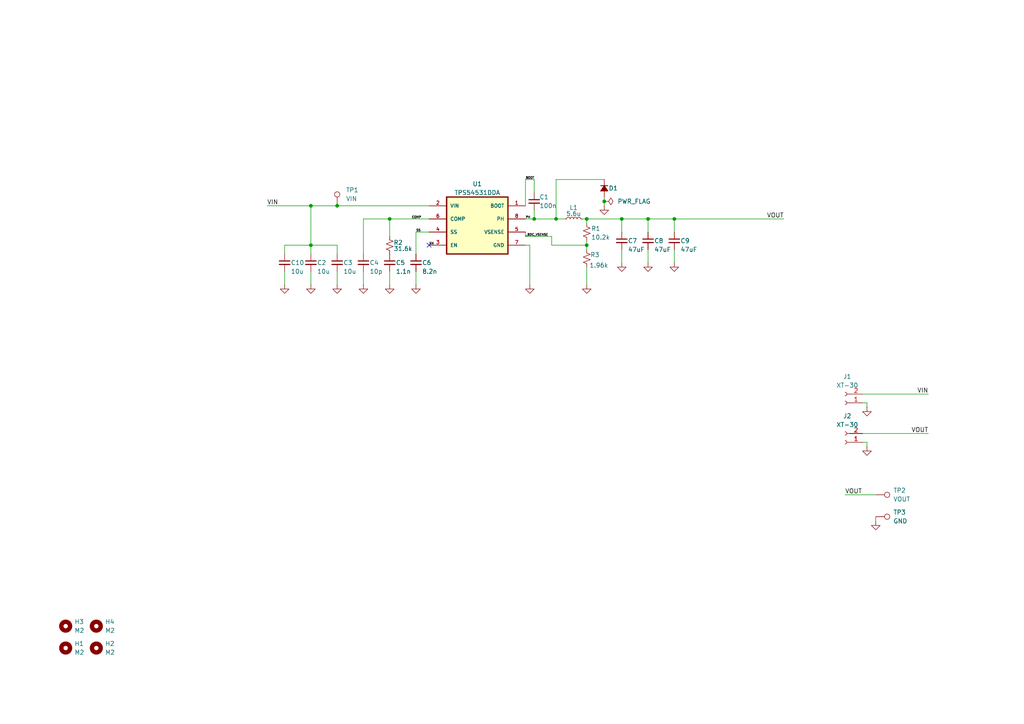
<source format=kicad_sch>
(kicad_sch (version 20250114) (generator "eeschema") (generator_version "9.0")
  (paper "A4")
  (lib_symbols
    (symbol "Connector:Conn_01x02_Socket" (pin_names (offset 1.016) (hide yes))
      (property "Reference" "J" (at 0 2.54 0))
      (property "Value" "Conn_01x02_Socket" (at 0 -5.08 0))
      (symbol "Conn_01x02_Socket_1_1"
        (polyline (pts (xy -1.27 0) (xy -0.508 0)) (stroke (width 0.1524)))
        (polyline (pts (xy -1.27 -2.54) (xy -0.508 -2.54)) (stroke (width 0.1524)))
        (arc (start 0 -0.508) (mid -0.5058 0) (end 0 0.508) (stroke (width 0.1524)))
        (arc (start 0 -3.048) (mid -0.5058 -2.54) (end 0 -2.032) (stroke (width 0.1524)))
        (pin passive line (at -5.08 0 0) (length 3.81) (name "Pin_1") (number "1"))
        (pin passive line (at -5.08 -2.54 0) (length 3.81) (name "Pin_2") (number "2"))
      )
    )
    (symbol "Connector:TestPoint" (pin_numbers (hide yes)) (pin_names (offset 0.762) (hide yes))
      (property "Reference" "TP" (at 0 6.858 0))
      (property "Value" "TestPoint" (at 0 5.08 0))
      (symbol "TestPoint_0_1"
        (circle (center 0 3.302) (radius 0.762))
      )
      (symbol "TestPoint_1_1"
        (pin passive line (at 0 0 90) (length 2.54) (name "1") (number "1"))
      )
    )
    (symbol "Device:C_Small" (pin_numbers (hide yes)) (pin_names (offset 0.254) (hide yes))
      (property "Reference" "C" (at 0.254 1.778 0))
      (property "Value" "C_Small" (at 0.254 -2.032 0))
      (symbol "C_Small_0_1"
        (polyline (pts (xy -1.524 0.508) (xy 1.524 0.508)) (stroke (width 0.3048)))
        (polyline (pts (xy -1.524 -0.508) (xy 1.524 -0.508)) (stroke (width 0.3302)))
      )
      (symbol "C_Small_1_1"
        (pin passive line (at 0 2.54 270) (length 2.032) (name "~") (number "1"))
        (pin passive line (at 0 -2.54 90) (length 2.032) (name "~") (number "2"))
      )
    )
    (symbol "Device:D_Small_Filled" (pin_numbers (hide yes)) (pin_names (offset 0.254) (hide yes))
      (property "Reference" "D" (at -1.27 2.032 0))
      (property "Value" "D_Small_Filled" (at -3.81 -2.032 0))
      (symbol "D_Small_Filled_0_1"
        (polyline (pts (xy -0.762 0) (xy 0.762 0)))
        (polyline (pts (xy -0.762 -1.016) (xy -0.762 1.016)) (stroke (width 0.254)))
        (polyline (pts (xy 0.762 -1.016) (xy -0.762 0) (xy 0.762 1.016) (xy 0.762 -1.016)) (stroke (width 0.254)) (fill (type outline)))
      )
      (symbol "D_Small_Filled_1_1"
        (pin passive line (at -2.54 0 0) (length 1.778) (name "K") (number "1"))
        (pin passive line (at 2.54 0 180) (length 1.778) (name "A") (number "2"))
      )
    )
    (symbol "Device:L_Small" (pin_numbers (hide yes)) (pin_names (offset 0.254) (hide yes))
      (property "Reference" "L" (at 0.762 1.016 0))
      (property "Value" "L_Small" (at 0.762 -1.016 0))
      (symbol "L_Small_0_1"
        (arc (start 0 2.032) (mid 0.5058 1.524) (end 0 1.016))
        (arc (start 0 1.016) (mid 0.5058 0.508) (end 0 0))
        (arc (start 0 0) (mid 0.5058 -0.508) (end 0 -1.016))
        (arc (start 0 -1.016) (mid 0.5058 -1.524) (end 0 -2.032))
      )
      (symbol "L_Small_1_1"
        (pin passive line (at 0 2.54 270) (length 0.508) (name "~") (number "1"))
        (pin passive line (at 0 -2.54 90) (length 0.508) (name "~") (number "2"))
      )
    )
    (symbol "Device:R_Small_US" (pin_numbers (hide yes)) (pin_names (offset 0.254) (hide yes))
      (property "Reference" "R" (at 0.762 0.508 0))
      (property "Value" "R_Small_US" (at 0.762 -1.016 0))
      (symbol "R_Small_US_1_1"
        (polyline (pts (xy 0 1.524) (xy 1.016 1.143) (xy 0 0.762) (xy -1.016 0.381) (xy 0 0)))
        (polyline (pts (xy 0 0) (xy 1.016 -0.381) (xy 0 -0.762) (xy -1.016 -1.143) (xy 0 -1.524)))
        (pin passive line (at 0 2.54 270) (length 1.016) (name "~") (number "1"))
        (pin passive line (at 0 -2.54 90) (length 1.016) (name "~") (number "2"))
      )
    )
    (symbol "Mechanical:MountingHole" (pin_names (offset 1.016)) (in_bom no)
      (property "Reference" "H" (at 0 5.08 0))
      (property "Value" "MountingHole" (at 0 3.175 0))
      (symbol "MountingHole_0_1"
        (circle (center 0 0) (radius 1.27) (stroke (width 1.27)))
      )
    )
    (symbol "TPS54531DDA:TPS54531DDA" (pin_names (offset 1.016))
      (property "Reference" "U" (at -0.762 9.652 0))
      (property "Value" "TPS54531DDA" (at -6.604 7.874 0))
      (symbol "TPS54531DDA_0_0"
        (rectangle (start -8.89 7.62) (end 8.89 -8.89) (stroke (width 0.41)) (fill (type background)))
        (pin input line (at -13.97 5.08 0) (length 5.08) (name "VIN") (number "2"))
        (pin output line (at -13.97 1.27 0) (length 5.08) (name "COMP") (number "6"))
        (pin input line (at -13.97 -2.54 0) (length 5.08) (name "SS") (number "4"))
        (pin input line (at -13.97 -6.35 0) (length 5.08) (name "EN") (number "3"))
        (pin output line (at 13.97 5.08 180) (length 5.08) (name "BOOT") (number "1"))
        (pin output line (at 13.97 1.27 180) (length 5.08) (name "PH") (number "8"))
        (pin input line (at 13.97 -2.54 180) (length 5.08) (name "VSENSE") (number "5"))
        (pin power_in line (at 13.97 -6.35 180) (length 5.08) (name "GND") (number "7"))
      )
    )
    (symbol "power:GND" (power) (pin_numbers (hide yes)) (pin_names (offset 0) (hide yes))
      (property "Value" "GND" (at 0 -3.81 0))
      (symbol "GND_0_1"
        (polyline (pts (xy 0 0) (xy 0 -1.27) (xy 1.27 -1.27) (xy 0 -2.54) (xy -1.27 -1.27) (xy 0 -1.27)))
      )
      (symbol "GND_1_1"
        (pin power_in line (at 0 0 270) (length 0) (name "~") (number "1"))
      )
    )
    (symbol "power:PWR_FLAG" (power) (pin_numbers (hide yes)) (pin_names (offset 0) (hide yes))
      (property "Value" "PWR_FLAG" (at 0 3.81 0))
      (symbol "PWR_FLAG_0_0"
        (pin power_out line (at 0 0 90) (length 0) (name "~") (number "1"))
      )
      (symbol "PWR_FLAG_0_1"
        (polyline (pts (xy 0 0) (xy 0 1.27) (xy -1.016 1.905) (xy 0 2.54) (xy 1.016 1.905) (xy 0 1.27)))
      )
    )
  )
  (junction (at 154.94 63.5))
  (junction (at 187.96 63.5))
  (junction (at 170.18 71.12))
  (junction (at 175.26 58.42))
  (junction (at 195.58 63.5))
  (junction (at 113.03 63.5))
  (junction (at 90.17 71.12))
  (junction (at 97.79 59.69))
  (junction (at 180.34 63.5))
  (junction (at 170.18 63.5))
  (junction (at 90.17 59.69))
  (junction (at 161.29 63.5))
  (no_connect (at 124.46 71.12))
  (wire (pts (xy 77.47 59.69) (xy 90.17 59.69)))
  (wire (pts (xy 251.46 118.11) (xy 251.46 116.84)))
  (wire (pts (xy 187.96 63.5) (xy 180.34 63.5)))
  (wire (pts (xy 180.34 67.31) (xy 180.34 63.5)))
  (wire (pts (xy 180.34 63.5) (xy 170.18 63.5)))
  (wire (pts (xy 170.18 63.5) (xy 170.18 64.77)))
  (wire (pts (xy 161.29 63.5) (xy 163.83 63.5)))
  (wire (pts (xy 175.26 59.69) (xy 175.26 58.42)))
  (wire (pts (xy 105.41 78.74) (xy 105.41 82.55)))
  (wire (pts (xy 195.58 72.39) (xy 195.58 76.2)))
  (wire (pts (xy 153.67 71.12) (xy 153.67 82.55)))
  (wire (pts (xy 161.29 52.07) (xy 175.26 52.07)))
  (wire (pts (xy 82.55 71.12) (xy 90.17 71.12)))
  (wire (pts (xy 152.4 67.31) (xy 152.4 68.58)))
  (wire (pts (xy 113.03 78.74) (xy 113.03 82.55)))
  (wire (pts (xy 187.96 63.5) (xy 187.96 67.31)))
  (wire (pts (xy 82.55 73.66) (xy 82.55 71.12)))
  (wire (pts (xy 113.03 63.5) (xy 124.46 63.5)))
  (wire (pts (xy 152.4 68.58) (xy 160.02 68.58)))
  (wire (pts (xy 90.17 59.69) (xy 97.79 59.69)))
  (wire (pts (xy 154.94 63.5) (xy 154.94 60.96)))
  (wire (pts (xy 120.65 67.31) (xy 124.46 67.31)))
  (wire (pts (xy 195.58 63.5) (xy 227.33 63.5)))
  (wire (pts (xy 161.29 52.07) (xy 161.29 63.5)))
  (wire (pts (xy 180.34 72.39) (xy 180.34 76.2)))
  (wire (pts (xy 90.17 71.12) (xy 97.79 71.12)))
  (wire (pts (xy 269.24 114.3) (xy 250.19 114.3)))
  (wire (pts (xy 120.65 73.66) (xy 120.65 67.31)))
  (wire (pts (xy 120.65 78.74) (xy 120.65 82.55)))
  (wire (pts (xy 187.96 72.39) (xy 187.96 76.2)))
  (wire (pts (xy 170.18 77.47) (xy 170.18 82.55)))
  (wire (pts (xy 97.79 78.74) (xy 97.79 82.55)))
  (wire (pts (xy 170.18 69.85) (xy 170.18 71.12)))
  (wire (pts (xy 154.94 63.5) (xy 161.29 63.5)))
  (wire (pts (xy 168.91 63.5) (xy 170.18 63.5)))
  (wire (pts (xy 251.46 128.27) (xy 250.19 128.27)))
  (wire (pts (xy 154.94 52.07) (xy 152.4 52.07)))
  (wire (pts (xy 160.02 71.12) (xy 170.18 71.12)))
  (wire (pts (xy 113.03 63.5) (xy 113.03 68.58)))
  (wire (pts (xy 90.17 59.69) (xy 90.17 71.12)))
  (wire (pts (xy 105.41 63.5) (xy 113.03 63.5)))
  (wire (pts (xy 154.94 52.07) (xy 154.94 55.88)))
  (wire (pts (xy 187.96 63.5) (xy 195.58 63.5)))
  (wire (pts (xy 254 151.13) (xy 254 149.86)))
  (wire (pts (xy 97.79 71.12) (xy 97.79 73.66)))
  (wire (pts (xy 170.18 71.12) (xy 170.18 72.39)))
  (wire (pts (xy 195.58 67.31) (xy 195.58 63.5)))
  (wire (pts (xy 105.41 73.66) (xy 105.41 63.5)))
  (wire (pts (xy 97.79 59.69) (xy 124.46 59.69)))
  (wire (pts (xy 251.46 116.84) (xy 250.19 116.84)))
  (wire (pts (xy 153.67 71.12) (xy 152.4 71.12)))
  (wire (pts (xy 175.26 58.42) (xy 175.26 57.15)))
  (wire (pts (xy 250.19 125.73) (xy 269.24 125.73)))
  (wire (pts (xy 152.4 63.5) (xy 154.94 63.5)))
  (wire (pts (xy 152.4 52.07) (xy 152.4 59.69)))
  (wire (pts (xy 90.17 78.74) (xy 90.17 82.55)))
  (wire (pts (xy 90.17 71.12) (xy 90.17 73.66)))
  (wire (pts (xy 245.11 143.51) (xy 254 143.51)))
  (wire (pts (xy 160.02 68.58) (xy 160.02 71.12)))
  (wire (pts (xy 251.46 129.54) (xy 251.46 128.27)))
  (wire (pts (xy 82.55 78.74) (xy 82.55 82.55)))
  (label "EN" (at 124.46 71.12 0) (effects (font (size 0.635 0.635))))
  (label "COMP" (at 119.38 63.5 0) (effects (font (size 0.635 0.635))))
  (label "VIN" (at 77.47 59.69 0))
  (label "PH" (at 152.4 63.5 0) (effects (font (size 0.635 0.635))))
  (label "BOOT" (at 152.4 52.07 0) (effects (font (size 0.635 0.635))))
  (label "VOUT" (at 245.11 143.51 0))
  (label "VOUT" (at 269.24 125.73 180))
  (label "_BDC_VSENSE" (at 152.4 68.58 0) (effects (font (size 0.635 0.635))))
  (label "VIN" (at 269.24 114.3 180))
  (label "VOUT" (at 227.33 63.5 180))
  (label "SS" (at 120.65 67.31 0) (effects (font (size 0.635 0.635))))
  (symbol (lib_id "Device:C_Small") (at 120.65 76.2 0) (unit 1)
    (property "Reference" "C6" (at 122.428 76.2 0) (effects (justify left)))
    (property "Value" "8.2n" (at 122.428 78.74 0) (effects (justify left)))
    (property "Footprint" "Capacitor_SMD:C_0805_2012Metric" (effects (hide yes)))
    (property "Description" "Unpolarized capacitor, small symbol" (effects (hide yes)))
  )
  (symbol (lib_id "power:GND") (at 97.79 82.55 0) (unit 1)
    (property "Reference" "#PWR03" (effects (hide yes)))
    (property "Value" "GND" (effects (hide yes)))
    (property "Description" "Power symbol creates a global label with name \"GND\" , ground" (effects (hide yes)))
  )
  (symbol (lib_id "Device:C_Small") (at 195.58 69.85 0) (unit 1)
    (property "Reference" "C9" (at 197.358 69.85 0) (effects (justify left)))
    (property "Value" "47uF" (at 197.358 72.39 0) (effects (justify left)))
    (property "Footprint" "Capacitor_SMD:C_0805_2012Metric" (effects (hide yes)))
    (property "Description" "Unpolarized capacitor, small symbol" (effects (hide yes)))
  )
  (symbol (lib_id "Mechanical:MountingHole") (at 27.94 181.61 0) (unit 1) (in_bom no)
    (property "Reference" "H4" (at 30.48 180.3399 0) (effects (justify left)))
    (property "Value" "M2" (at 30.48 182.8799 0) (effects (justify left)))
    (property "Footprint" "MountingHole:MountingHole_2.2mm_M2" (effects (hide yes)))
    (property "Description" "Mounting Hole without connection" (effects (hide yes)))
  )
  (symbol (lib_id "Connector:TestPoint") (at 254 143.51 270) (unit 1)
    (property "Reference" "TP2" (at 259.08 142.2399 90) (effects (justify left)))
    (property "Value" "VOUT" (at 259.08 144.7799 90) (effects (justify left)))
    (property "Footprint" "TestPoint:TestPoint_Keystone_5005-5009_Compact" (effects (hide yes)))
    (property "Description" "test point" (effects (hide yes)))
  )
  (symbol (lib_id "power:GND") (at 105.41 82.55 0) (unit 1)
    (property "Reference" "#PWR04" (effects (hide yes)))
    (property "Value" "GND" (effects (hide yes)))
    (property "Description" "Power symbol creates a global label with name \"GND\" , ground" (effects (hide yes)))
  )
  (symbol (lib_id "Device:C_Small") (at 105.41 76.2 0) (unit 1)
    (property "Reference" "C4" (at 107.188 76.2 0) (effects (justify left)))
    (property "Value" "10p" (at 107.188 78.74 0) (effects (justify left)))
    (property "Footprint" "Capacitor_SMD:C_0805_2012Metric" (effects (hide yes)))
    (property "Description" "Unpolarized capacitor, small symbol" (effects (hide yes)))
  )
  (symbol (lib_id "Mechanical:MountingHole") (at 19.05 181.61 0) (unit 1) (in_bom no)
    (property "Reference" "H3" (at 21.59 180.3399 0) (effects (justify left)))
    (property "Value" "M2" (at 21.59 182.8799 0) (effects (justify left)))
    (property "Footprint" "MountingHole:MountingHole_2.2mm_M2" (effects (hide yes)))
    (property "Description" "Mounting Hole without connection" (effects (hide yes)))
  )
  (symbol (lib_id "power:GND") (at 170.18 82.55 0) (unit 1)
    (property "Reference" "#PWR08" (effects (hide yes)))
    (property "Value" "GND" (effects (hide yes)))
    (property "Description" "Power symbol creates a global label with name \"GND\" , ground" (effects (hide yes)))
  )
  (symbol (lib_id "Connector:Conn_01x02_Socket") (at 245.11 128.27 180) (unit 1)
    (property "Reference" "J2" (at 245.745 120.65 0))
    (property "Value" "XT-30" (at 245.745 123.19 0))
    (property "Footprint" "Connector_AMASS:AMASS_XT60-F_1x02_P7.20mm_Vertical" (effects (hide yes)))
    (property "Description" "Generic connector, single row, 01x02, script generated" (effects (hide yes)))
  )
  (symbol (lib_id "Device:C_Small") (at 97.79 76.2 0) (unit 1)
    (property "Reference" "C3" (at 99.568 76.2 0) (effects (justify left)))
    (property "Value" "10u" (at 99.568 78.74 0) (effects (justify left)))
    (property "Footprint" "Capacitor_SMD:C_0805_2012Metric" (effects (hide yes)))
    (property "Description" "Unpolarized capacitor, small symbol" (effects (hide yes)))
  )
  (symbol (lib_id "power:GND") (at 113.03 82.55 0) (unit 1)
    (property "Reference" "#PWR05" (effects (hide yes)))
    (property "Value" "GND" (effects (hide yes)))
    (property "Description" "Power symbol creates a global label with name \"GND\" , ground" (effects (hide yes)))
  )
  (symbol (lib_id "Device:R_Small_US") (at 170.18 74.93 0) (unit 1)
    (property "Reference" "R3" (at 171.196 73.914 0) (effects (justify left)))
    (property "Value" "1.96k" (at 170.942 76.962 0) (effects (justify left)))
    (property "Footprint" "Resistor_SMD:R_0805_2012Metric" (effects (hide yes)))
    (property "Description" "Resistor, small US symbol" (effects (hide yes)))
  )
  (symbol (lib_id "power:GND") (at 187.96 76.2 0) (unit 1)
    (property "Reference" "#PWR010" (effects (hide yes)))
    (property "Value" "GND" (effects (hide yes)))
    (property "Description" "Power symbol creates a global label with name \"GND\" , ground" (effects (hide yes)))
  )
  (symbol (lib_id "Mechanical:MountingHole") (at 19.05 187.96 0) (unit 1) (in_bom no)
    (property "Reference" "H1" (at 21.59 186.6899 0) (effects (justify left)))
    (property "Value" "M2" (at 21.59 189.2299 0) (effects (justify left)))
    (property "Footprint" "MountingHole:MountingHole_2.2mm_M2" (effects (hide yes)))
    (property "Description" "Mounting Hole without connection" (effects (hide yes)))
  )
  (symbol (lib_id "power:GND") (at 82.55 82.55 0) (unit 1)
    (property "Reference" "#PWR017" (effects (hide yes)))
    (property "Value" "GND" (effects (hide yes)))
    (property "Description" "Power symbol creates a global label with name \"GND\" , ground" (effects (hide yes)))
  )
  (symbol (lib_id "Connector:Conn_01x02_Socket") (at 245.11 116.84 180) (unit 1)
    (property "Reference" "J1" (at 245.745 109.22 0))
    (property "Value" "XT-30" (at 245.745 111.76 0))
    (property "Footprint" "Connector_AMASS:AMASS_XT60-F_1x02_P7.20mm_Vertical" (effects (hide yes)))
    (property "Description" "Generic connector, single row, 01x02, script generated" (effects (hide yes)))
  )
  (symbol (lib_id "Device:R_Small_US") (at 170.18 67.31 0) (unit 1)
    (property "Reference" "R1" (at 171.45 66.294 0) (effects (justify left)))
    (property "Value" "10.2k" (at 171.45 68.834 0) (effects (justify left)))
    (property "Footprint" "Resistor_SMD:R_0805_2012Metric" (effects (hide yes)))
    (property "Description" "Resistor, small US symbol" (effects (hide yes)))
  )
  (symbol (lib_id "power:GND") (at 153.67 82.55 0) (unit 1)
    (property "Reference" "#PWR07" (effects (hide yes)))
    (property "Value" "GND" (effects (hide yes)))
    (property "Description" "Power symbol creates a global label with name \"GND\" , ground" (effects (hide yes)))
  )
  (symbol (lib_id "Device:L_Small") (at 166.37 63.5 90) (unit 1)
    (property "Reference" "L1" (at 166.37 60.198 90))
    (property "Value" "5.6u" (at 166.37 61.976 90))
    (property "Footprint" "Inductor_SMD:L_Vishay_IHLP-2525" (effects (hide yes)))
    (property "Description" "Inductor, small symbol" (effects (hide yes)))
  )
  (symbol (lib_id "power:GND") (at 251.46 118.11 0) (unit 1)
    (property "Reference" "#PWR012" (effects (hide yes)))
    (property "Value" "GND" (effects (hide yes)))
    (property "Description" "Power symbol creates a global label with name \"GND\" , ground" (effects (hide yes)))
  )
  (symbol (lib_id "power:GND") (at 180.34 76.2 0) (unit 1)
    (property "Reference" "#PWR09" (effects (hide yes)))
    (property "Value" "GND" (effects (hide yes)))
    (property "Description" "Power symbol creates a global label with name \"GND\" , ground" (effects (hide yes)))
  )
  (symbol (lib_id "power:GND") (at 90.17 82.55 0) (unit 1)
    (property "Reference" "#PWR02" (effects (hide yes)))
    (property "Value" "GND" (effects (hide yes)))
    (property "Description" "Power symbol creates a global label with name \"GND\" , ground" (effects (hide yes)))
  )
  (symbol (lib_id "Device:C_Small") (at 180.34 69.85 0) (unit 1)
    (property "Reference" "C7" (at 182.118 69.85 0) (effects (justify left)))
    (property "Value" "47uF" (at 182.118 72.39 0) (effects (justify left)))
    (property "Footprint" "Capacitor_SMD:C_0805_2012Metric" (effects (hide yes)))
    (property "Description" "Unpolarized capacitor, small symbol" (effects (hide yes)))
  )
  (symbol (lib_id "power:GND") (at 175.26 59.69 0) (unit 1)
    (property "Reference" "#PWR01" (effects (hide yes)))
    (property "Value" "GND" (effects (hide yes)))
    (property "Description" "Power symbol creates a global label with name \"GND\" , ground" (effects (hide yes)))
  )
  (symbol (lib_id "power:GND") (at 251.46 129.54 0) (unit 1)
    (property "Reference" "#PWR016" (effects (hide yes)))
    (property "Value" "GND" (effects (hide yes)))
    (property "Description" "Power symbol creates a global label with name \"GND\" , ground" (effects (hide yes)))
  )
  (symbol (lib_id "power:GND") (at 254 151.13 0) (unit 1)
    (property "Reference" "#PWR013" (effects (hide yes)))
    (property "Value" "GND" (effects (hide yes)))
    (property "Description" "Power symbol creates a global label with name \"GND\" , ground" (effects (hide yes)))
  )
  (symbol (lib_id "Device:R_Small_US") (at 113.03 71.12 180) (unit 1)
    (property "Reference" "R2" (at 116.84 70.358 0) (effects (justify left)))
    (property "Value" "31.6k" (at 119.634 72.136 0) (effects (justify left)))
    (property "Footprint" "Resistor_SMD:R_0805_2012Metric" (effects (hide yes)))
    (property "Description" "Resistor, small US symbol" (effects (hide yes)))
  )
  (symbol (lib_id "Device:C_Small") (at 113.03 76.2 0) (unit 1)
    (property "Reference" "C5" (at 114.808 76.2 0) (effects (justify left)))
    (property "Value" "1.1n" (at 114.808 78.74 0) (effects (justify left)))
    (property "Footprint" "Capacitor_SMD:C_0805_2012Metric" (effects (hide yes)))
    (property "Description" "Unpolarized capacitor, small symbol" (effects (hide yes)))
  )
  (symbol (lib_id "Connector:TestPoint") (at 97.79 59.69 0) (unit 1)
    (property "Reference" "TP1" (at 100.33 55.1179 0) (effects (justify left)))
    (property "Value" "VIN" (at 100.33 57.6579 0) (effects (justify left)))
    (property "Footprint" "TestPoint:TestPoint_Keystone_5005-5009_Compact" (effects (hide yes)))
    (property "Description" "test point" (effects (hide yes)))
  )
  (symbol (lib_id "TPS54531DDA:TPS54531DDA") (at 138.43 64.77 0) (unit 1)
    (property "Reference" "U1" (at 138.43 53.34 0))
    (property "Value" "TPS54531DDA" (at 138.43 55.88 0))
    (property "Footprint" "footprints:VREG_LM5017MR_NOPB" (effects (hide yes)))
  )
  (symbol (lib_id "Device:D_Small_Filled") (at 175.26 54.61 270) (unit 1)
    (property "Reference" "D1" (at 176.53 54.61 90) (effects (justify left)))
    (property "Value" "CHANGE FOOTPRINT LATER" (effects (hide yes)))
    (property "Footprint" "Diode_SMD:D_SMC" (effects (hide yes)))
    (property "Description" "Diode, small symbol, filled shape" (effects (hide yes)))
    (property "Sim.Device" "D" (effects (hide yes)))
    (property "Sim.Pins" "1=K 2=A" (effects (hide yes)))
  )
  (symbol (lib_id "power:GND") (at 195.58 76.2 0) (unit 1)
    (property "Reference" "#PWR011" (effects (hide yes)))
    (property "Value" "GND" (effects (hide yes)))
    (property "Description" "Power symbol creates a global label with name \"GND\" , ground" (effects (hide yes)))
  )
  (symbol (lib_id "Mechanical:MountingHole") (at 27.94 187.96 0) (unit 1) (in_bom no)
    (property "Reference" "H2" (at 30.48 186.6899 0) (effects (justify left)))
    (property "Value" "M2" (at 30.48 189.2299 0) (effects (justify left)))
    (property "Footprint" "MountingHole:MountingHole_2.2mm_M2" (effects (hide yes)))
    (property "Description" "Mounting Hole without connection" (effects (hide yes)))
  )
  (symbol (lib_id "Connector:TestPoint") (at 254 149.86 270) (unit 1)
    (property "Reference" "TP3" (at 259.08 148.5899 90) (effects (justify left)))
    (property "Value" "GND" (at 259.08 151.1299 90) (effects (justify left)))
    (property "Footprint" "TestPoint:TestPoint_Keystone_5005-5009_Compact" (effects (hide yes)))
    (property "Description" "test point" (effects (hide yes)))
  )
  (symbol (lib_id "Device:C_Small") (at 82.55 76.2 0) (unit 1)
    (property "Reference" "C10" (at 84.328 76.2 0) (effects (justify left)))
    (property "Value" "10u" (at 84.328 78.74 0) (effects (justify left)))
    (property "Footprint" "Capacitor_SMD:C_0805_2012Metric" (effects (hide yes)))
    (property "Description" "Unpolarized capacitor, small symbol" (effects (hide yes)))
  )
  (symbol (lib_id "Device:C_Small") (at 187.96 69.85 0) (unit 1)
    (property "Reference" "C8" (at 189.738 69.85 0) (effects (justify left)))
    (property "Value" "47uF" (at 189.738 72.39 0) (effects (justify left)))
    (property "Footprint" "Capacitor_SMD:C_0805_2012Metric" (effects (hide yes)))
    (property "Description" "Unpolarized capacitor, small symbol" (effects (hide yes)))
  )
  (symbol (lib_id "Device:C_Small") (at 154.94 58.42 0) (unit 1)
    (property "Reference" "C1" (at 156.464 57.15 0) (effects (justify left)))
    (property "Value" "100n" (at 156.464 59.69 0) (effects (justify left)))
    (property "Footprint" "Capacitor_SMD:C_0805_2012Metric" (effects (hide yes)))
    (property "Description" "Unpolarized capacitor, small symbol" (effects (hide yes)))
  )
  (symbol (lib_id "Device:C_Small") (at 90.17 76.2 0) (unit 1)
    (property "Reference" "C2" (at 91.948 76.2 0) (effects (justify left)))
    (property "Value" "10u" (at 91.948 78.74 0) (effects (justify left)))
    (property "Footprint" "Capacitor_SMD:C_0805_2012Metric" (effects (hide yes)))
    (property "Description" "Unpolarized capacitor, small symbol" (effects (hide yes)))
  )
  (symbol (lib_id "power:PWR_FLAG") (at 175.26 58.42 270) (unit 1)
    (property "Reference" "#FLG02" (effects (hide yes)))
    (property "Value" "PWR_FLAG" (at 179.07 58.4199 90) (effects (justify left)))
    (property "Description" "Special symbol for telling ERC where power comes from" (effects (hide yes)))
  )
  (symbol (lib_id "power:GND") (at 120.65 82.55 0) (unit 1)
    (property "Reference" "#PWR06" (effects (hide yes)))
    (property "Value" "GND" (effects (hide yes)))
    (property "Description" "Power symbol creates a global label with name \"GND\" , ground" (effects (hide yes)))
  )
)
</source>
